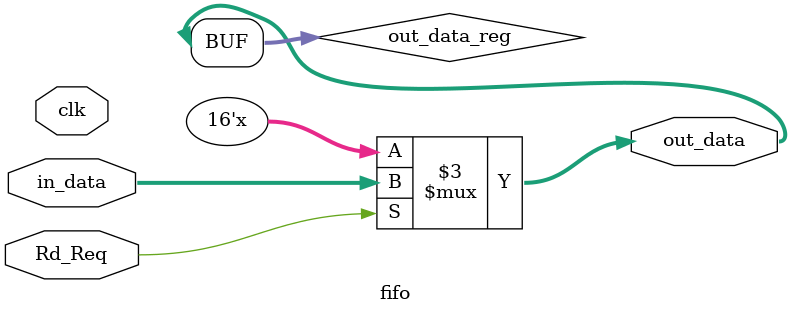
<source format=v>
module fifo ( input clk,
	input Rd_Req,
	input [15:0] in_data,
	output [15:0] out_data);



reg [15:0] out_data_reg;
always @(clk)
begin
	if (Rd_Req)
	out_data_reg <= in_data;
	else
	out_data_reg <=16'hzzzz;
end


assign out_data = out_data_reg;
endmodule

</source>
